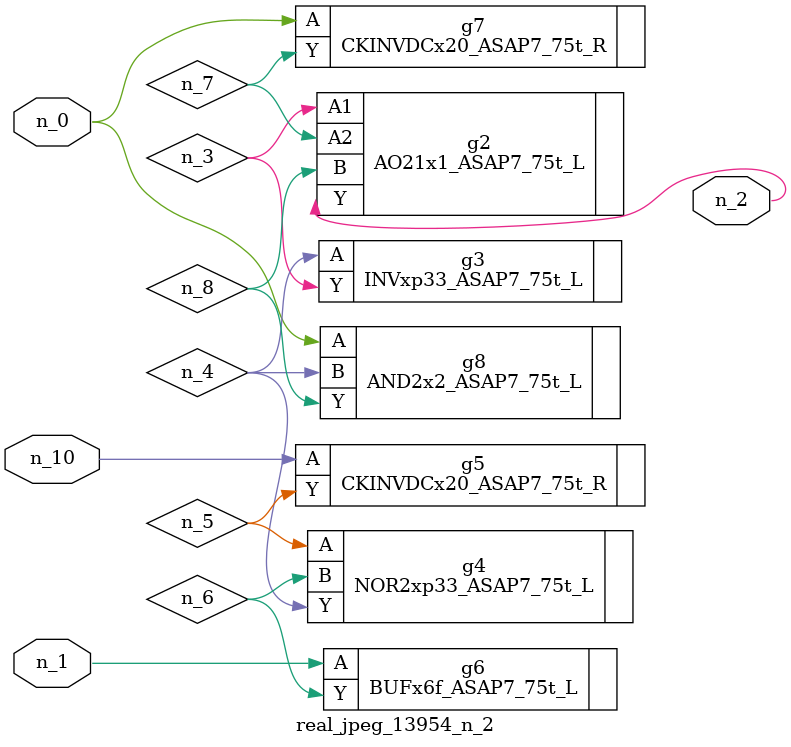
<source format=v>
module real_jpeg_13954_n_2 (n_1, n_10, n_0, n_2);

input n_1;
input n_10;
input n_0;

output n_2;

wire n_5;
wire n_4;
wire n_8;
wire n_6;
wire n_7;
wire n_3;

CKINVDCx20_ASAP7_75t_R g7 ( 
.A(n_0),
.Y(n_7)
);

AND2x2_ASAP7_75t_L g8 ( 
.A(n_0),
.B(n_4),
.Y(n_8)
);

BUFx6f_ASAP7_75t_L g6 ( 
.A(n_1),
.Y(n_6)
);

AO21x1_ASAP7_75t_L g2 ( 
.A1(n_3),
.A2(n_7),
.B(n_8),
.Y(n_2)
);

INVxp33_ASAP7_75t_L g3 ( 
.A(n_4),
.Y(n_3)
);

NOR2xp33_ASAP7_75t_L g4 ( 
.A(n_5),
.B(n_6),
.Y(n_4)
);

CKINVDCx20_ASAP7_75t_R g5 ( 
.A(n_10),
.Y(n_5)
);


endmodule
</source>
